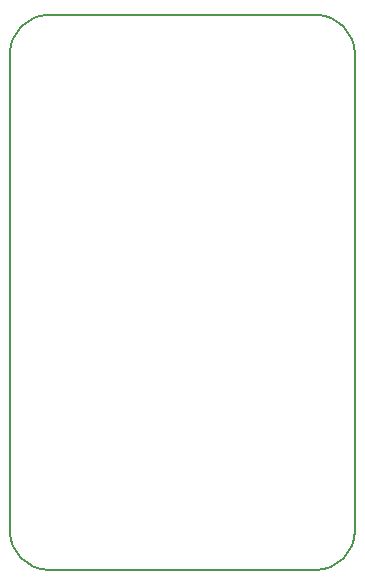
<source format=gbr>
%TF.GenerationSoftware,KiCad,Pcbnew,(6.0.2)*%
%TF.CreationDate,2022-06-15T17:14:16+10:00*%
%TF.ProjectId,RFM95_Serial_Converter_PCB,52464d39-355f-4536-9572-69616c5f436f,rev?*%
%TF.SameCoordinates,Original*%
%TF.FileFunction,Profile,NP*%
%FSLAX46Y46*%
G04 Gerber Fmt 4.6, Leading zero omitted, Abs format (unit mm)*
G04 Created by KiCad (PCBNEW (6.0.2)) date 2022-06-15 17:14:16*
%MOMM*%
%LPD*%
G01*
G04 APERTURE LIST*
%TA.AperFunction,Profile*%
%ADD10C,0.200000*%
%TD*%
G04 APERTURE END LIST*
D10*
X61722000Y-43434000D02*
X61722000Y-83820000D01*
X61722000Y-83820000D02*
G75*
G03*
X65024000Y-87122000I3301999J-1D01*
G01*
X65024000Y-87122000D02*
X87630000Y-87122000D01*
X87630000Y-87122000D02*
G75*
G03*
X90932000Y-83820000I1J3301999D01*
G01*
X90932000Y-83820000D02*
X90932000Y-43434000D01*
X87630000Y-40132000D02*
X65024000Y-40132000D01*
X65024000Y-40132000D02*
G75*
G03*
X61722000Y-43434000I-1J-3301999D01*
G01*
X90932000Y-43434000D02*
G75*
G03*
X87630000Y-40132000I-3301999J1D01*
G01*
M02*

</source>
